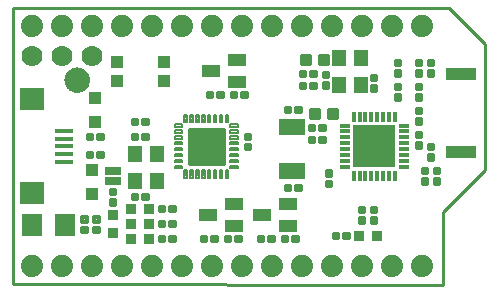
<source format=gts>
G75*
G70*
%OFA0B0*%
%FSLAX24Y24*%
%IPPOS*%
%LPD*%
%AMOC8*
5,1,8,0,0,1.08239X$1,22.5*
%
%ADD10C,0.0100*%
%ADD11C,0.0145*%
%ADD12C,0.0050*%
%ADD13R,0.0434X0.0434*%
%ADD14R,0.0355X0.0152*%
%ADD15R,0.0152X0.0355*%
%ADD16R,0.1418X0.1418*%
%ADD17C,0.0098*%
%ADD18R,0.0906X0.0552*%
%ADD19R,0.1040X0.0440*%
%ADD20R,0.0453X0.0552*%
%ADD21R,0.0670X0.0750*%
%ADD22C,0.0079*%
%ADD23C,0.0160*%
%ADD24R,0.0591X0.0434*%
%ADD25R,0.0355X0.0355*%
%ADD26R,0.0540X0.0290*%
%ADD27C,0.0740*%
%ADD28C,0.0700*%
%ADD29R,0.0591X0.0178*%
%ADD30R,0.0788X0.0749*%
D10*
X001820Y001850D02*
X016150Y001840D01*
X016150Y004250D01*
X017550Y005650D01*
X017550Y009850D01*
X017530Y009870D02*
X016350Y011050D01*
X001820Y011060D01*
X001820Y001850D01*
D11*
X004117Y003582D02*
X004117Y003728D01*
X004263Y003728D01*
X004263Y003582D01*
X004117Y003582D01*
X004117Y003726D02*
X004263Y003726D01*
X004663Y003728D02*
X004663Y003582D01*
X004517Y003582D01*
X004517Y003728D01*
X004663Y003728D01*
X004663Y003726D02*
X004517Y003726D01*
X004663Y003932D02*
X004663Y004078D01*
X004663Y003932D02*
X004517Y003932D01*
X004517Y004078D01*
X004663Y004078D01*
X004663Y004076D02*
X004517Y004076D01*
X004117Y004078D02*
X004117Y003932D01*
X004117Y004078D02*
X004263Y004078D01*
X004263Y003932D01*
X004117Y003932D01*
X004117Y004076D02*
X004263Y004076D01*
X005077Y004502D02*
X005077Y004648D01*
X005223Y004648D01*
X005223Y004502D01*
X005077Y004502D01*
X005077Y004646D02*
X005223Y004646D01*
X005077Y004852D02*
X005077Y004998D01*
X005223Y004998D01*
X005223Y004852D01*
X005077Y004852D01*
X005077Y004996D02*
X005223Y004996D01*
X005802Y004823D02*
X005948Y004823D01*
X005948Y004677D01*
X005802Y004677D01*
X005802Y004823D01*
X005802Y004821D02*
X005948Y004821D01*
X006152Y004823D02*
X006298Y004823D01*
X006298Y004677D01*
X006152Y004677D01*
X006152Y004823D01*
X006152Y004821D02*
X006298Y004821D01*
X006702Y004423D02*
X006848Y004423D01*
X006848Y004277D01*
X006702Y004277D01*
X006702Y004423D01*
X006702Y004421D02*
X006848Y004421D01*
X007052Y004423D02*
X007198Y004423D01*
X007198Y004277D01*
X007052Y004277D01*
X007052Y004423D01*
X007052Y004421D02*
X007198Y004421D01*
X007198Y003923D02*
X007052Y003923D01*
X007198Y003923D02*
X007198Y003777D01*
X007052Y003777D01*
X007052Y003923D01*
X007052Y003921D02*
X007198Y003921D01*
X006848Y003923D02*
X006702Y003923D01*
X006848Y003923D02*
X006848Y003777D01*
X006702Y003777D01*
X006702Y003923D01*
X006702Y003921D02*
X006848Y003921D01*
X006848Y003423D02*
X006702Y003423D01*
X006848Y003423D02*
X006848Y003277D01*
X006702Y003277D01*
X006702Y003423D01*
X006702Y003421D02*
X006848Y003421D01*
X007052Y003423D02*
X007198Y003423D01*
X007198Y003277D01*
X007052Y003277D01*
X007052Y003423D01*
X007052Y003421D02*
X007198Y003421D01*
X008102Y003423D02*
X008248Y003423D01*
X008248Y003277D01*
X008102Y003277D01*
X008102Y003423D01*
X008102Y003421D02*
X008248Y003421D01*
X008452Y003423D02*
X008598Y003423D01*
X008598Y003277D01*
X008452Y003277D01*
X008452Y003423D01*
X008452Y003421D02*
X008598Y003421D01*
X008902Y003423D02*
X009048Y003423D01*
X009048Y003277D01*
X008902Y003277D01*
X008902Y003423D01*
X008902Y003421D02*
X009048Y003421D01*
X009252Y003423D02*
X009398Y003423D01*
X009398Y003277D01*
X009252Y003277D01*
X009252Y003423D01*
X009252Y003421D02*
X009398Y003421D01*
X010002Y003423D02*
X010148Y003423D01*
X010148Y003277D01*
X010002Y003277D01*
X010002Y003423D01*
X010002Y003421D02*
X010148Y003421D01*
X010352Y003423D02*
X010498Y003423D01*
X010498Y003277D01*
X010352Y003277D01*
X010352Y003423D01*
X010352Y003421D02*
X010498Y003421D01*
X010802Y003423D02*
X010948Y003423D01*
X010948Y003277D01*
X010802Y003277D01*
X010802Y003423D01*
X010802Y003421D02*
X010948Y003421D01*
X011152Y003423D02*
X011298Y003423D01*
X011298Y003277D01*
X011152Y003277D01*
X011152Y003423D01*
X011152Y003421D02*
X011298Y003421D01*
X012502Y003523D02*
X012648Y003523D01*
X012648Y003377D01*
X012502Y003377D01*
X012502Y003523D01*
X012502Y003521D02*
X012648Y003521D01*
X012852Y003523D02*
X012998Y003523D01*
X012998Y003377D01*
X012852Y003377D01*
X012852Y003523D01*
X012852Y003521D02*
X012998Y003521D01*
X013523Y003902D02*
X013523Y004048D01*
X013523Y003902D02*
X013377Y003902D01*
X013377Y004048D01*
X013523Y004048D01*
X013523Y004046D02*
X013377Y004046D01*
X013523Y004252D02*
X013523Y004398D01*
X013523Y004252D02*
X013377Y004252D01*
X013377Y004398D01*
X013523Y004398D01*
X013523Y004396D02*
X013377Y004396D01*
X013923Y004398D02*
X013923Y004252D01*
X013777Y004252D01*
X013777Y004398D01*
X013923Y004398D01*
X013923Y004396D02*
X013777Y004396D01*
X013923Y004048D02*
X013923Y003902D01*
X013777Y003902D01*
X013777Y004048D01*
X013923Y004048D01*
X013923Y004046D02*
X013777Y004046D01*
X012277Y005122D02*
X012277Y005268D01*
X012423Y005268D01*
X012423Y005122D01*
X012277Y005122D01*
X012277Y005266D02*
X012423Y005266D01*
X012277Y005472D02*
X012277Y005618D01*
X012423Y005618D01*
X012423Y005472D01*
X012277Y005472D01*
X012277Y005616D02*
X012423Y005616D01*
X011398Y004977D02*
X011252Y004977D01*
X011252Y005123D01*
X011398Y005123D01*
X011398Y004977D01*
X011398Y005121D02*
X011252Y005121D01*
X011048Y004977D02*
X010902Y004977D01*
X010902Y005123D01*
X011048Y005123D01*
X011048Y004977D01*
X011048Y005121D02*
X010902Y005121D01*
X009723Y006342D02*
X009723Y006488D01*
X009723Y006342D02*
X009577Y006342D01*
X009577Y006488D01*
X009723Y006488D01*
X009723Y006486D02*
X009577Y006486D01*
X009723Y006692D02*
X009723Y006838D01*
X009723Y006692D02*
X009577Y006692D01*
X009577Y006838D01*
X009723Y006838D01*
X009723Y006836D02*
X009577Y006836D01*
X010902Y007577D02*
X011048Y007577D01*
X010902Y007577D02*
X010902Y007723D01*
X011048Y007723D01*
X011048Y007577D01*
X011048Y007721D02*
X010902Y007721D01*
X011252Y007577D02*
X011398Y007577D01*
X011252Y007577D02*
X011252Y007723D01*
X011398Y007723D01*
X011398Y007577D01*
X011398Y007721D02*
X011252Y007721D01*
X011702Y007123D02*
X011848Y007123D01*
X011848Y006977D01*
X011702Y006977D01*
X011702Y007123D01*
X011702Y007121D02*
X011848Y007121D01*
X012052Y007123D02*
X012198Y007123D01*
X012198Y006977D01*
X012052Y006977D01*
X012052Y007123D01*
X012052Y007121D02*
X012198Y007121D01*
X012198Y006723D02*
X012052Y006723D01*
X012198Y006723D02*
X012198Y006577D01*
X012052Y006577D01*
X012052Y006723D01*
X012052Y006721D02*
X012198Y006721D01*
X011848Y006723D02*
X011702Y006723D01*
X011848Y006723D02*
X011848Y006577D01*
X011702Y006577D01*
X011702Y006723D01*
X011702Y006721D02*
X011848Y006721D01*
X013777Y008302D02*
X013777Y008448D01*
X013923Y008448D01*
X013923Y008302D01*
X013777Y008302D01*
X013777Y008446D02*
X013923Y008446D01*
X013777Y008652D02*
X013777Y008798D01*
X013923Y008798D01*
X013923Y008652D01*
X013777Y008652D01*
X013777Y008796D02*
X013923Y008796D01*
X014723Y008802D02*
X014723Y008948D01*
X014723Y008802D02*
X014577Y008802D01*
X014577Y008948D01*
X014723Y008948D01*
X014723Y008946D02*
X014577Y008946D01*
X014723Y009152D02*
X014723Y009298D01*
X014723Y009152D02*
X014577Y009152D01*
X014577Y009298D01*
X014723Y009298D01*
X014723Y009296D02*
X014577Y009296D01*
X015423Y009298D02*
X015423Y009152D01*
X015277Y009152D01*
X015277Y009298D01*
X015423Y009298D01*
X015423Y009296D02*
X015277Y009296D01*
X015823Y009298D02*
X015823Y009152D01*
X015677Y009152D01*
X015677Y009298D01*
X015823Y009298D01*
X015823Y009296D02*
X015677Y009296D01*
X015823Y008948D02*
X015823Y008802D01*
X015677Y008802D01*
X015677Y008948D01*
X015823Y008948D01*
X015823Y008946D02*
X015677Y008946D01*
X015423Y008948D02*
X015423Y008802D01*
X015277Y008802D01*
X015277Y008948D01*
X015423Y008948D01*
X015423Y008946D02*
X015277Y008946D01*
X015277Y008498D02*
X015277Y008352D01*
X015277Y008498D02*
X015423Y008498D01*
X015423Y008352D01*
X015277Y008352D01*
X015277Y008496D02*
X015423Y008496D01*
X015277Y008148D02*
X015277Y008002D01*
X015277Y008148D02*
X015423Y008148D01*
X015423Y008002D01*
X015277Y008002D01*
X015277Y008146D02*
X015423Y008146D01*
X015423Y007698D02*
X015423Y007552D01*
X015277Y007552D01*
X015277Y007698D01*
X015423Y007698D01*
X015423Y007696D02*
X015277Y007696D01*
X015423Y007348D02*
X015423Y007202D01*
X015277Y007202D01*
X015277Y007348D01*
X015423Y007348D01*
X015423Y007346D02*
X015277Y007346D01*
X015423Y006898D02*
X015423Y006752D01*
X015277Y006752D01*
X015277Y006898D01*
X015423Y006898D01*
X015423Y006896D02*
X015277Y006896D01*
X015423Y006548D02*
X015423Y006402D01*
X015277Y006402D01*
X015277Y006548D01*
X015423Y006548D01*
X015423Y006546D02*
X015277Y006546D01*
X015677Y006498D02*
X015677Y006352D01*
X015677Y006498D02*
X015823Y006498D01*
X015823Y006352D01*
X015677Y006352D01*
X015677Y006496D02*
X015823Y006496D01*
X015677Y006148D02*
X015677Y006002D01*
X015677Y006148D02*
X015823Y006148D01*
X015823Y006002D01*
X015677Y006002D01*
X015677Y006146D02*
X015823Y006146D01*
X016023Y005698D02*
X016023Y005552D01*
X015877Y005552D01*
X015877Y005698D01*
X016023Y005698D01*
X016023Y005696D02*
X015877Y005696D01*
X015623Y005698D02*
X015623Y005552D01*
X015477Y005552D01*
X015477Y005698D01*
X015623Y005698D01*
X015623Y005696D02*
X015477Y005696D01*
X015623Y005348D02*
X015623Y005202D01*
X015477Y005202D01*
X015477Y005348D01*
X015623Y005348D01*
X015623Y005346D02*
X015477Y005346D01*
X016023Y005348D02*
X016023Y005202D01*
X015877Y005202D01*
X015877Y005348D01*
X016023Y005348D01*
X016023Y005346D02*
X015877Y005346D01*
X014723Y008002D02*
X014723Y008148D01*
X014723Y008002D02*
X014577Y008002D01*
X014577Y008148D01*
X014723Y008148D01*
X014723Y008146D02*
X014577Y008146D01*
X014723Y008352D02*
X014723Y008498D01*
X014723Y008352D02*
X014577Y008352D01*
X014577Y008498D01*
X014723Y008498D01*
X014723Y008496D02*
X014577Y008496D01*
X012323Y008548D02*
X012323Y008402D01*
X012177Y008402D01*
X012177Y008548D01*
X012323Y008548D01*
X012323Y008546D02*
X012177Y008546D01*
X012323Y008752D02*
X012323Y008898D01*
X012323Y008752D02*
X012177Y008752D01*
X012177Y008898D01*
X012323Y008898D01*
X012323Y008896D02*
X012177Y008896D01*
X011898Y008777D02*
X011752Y008777D01*
X011752Y008923D01*
X011898Y008923D01*
X011898Y008777D01*
X011898Y008921D02*
X011752Y008921D01*
X011548Y008777D02*
X011402Y008777D01*
X011402Y008923D01*
X011548Y008923D01*
X011548Y008777D01*
X011548Y008921D02*
X011402Y008921D01*
X011402Y008523D02*
X011548Y008523D01*
X011548Y008377D01*
X011402Y008377D01*
X011402Y008523D01*
X011402Y008521D02*
X011548Y008521D01*
X011752Y008523D02*
X011898Y008523D01*
X011898Y008377D01*
X011752Y008377D01*
X011752Y008523D01*
X011752Y008521D02*
X011898Y008521D01*
X009598Y008223D02*
X009452Y008223D01*
X009598Y008223D02*
X009598Y008077D01*
X009452Y008077D01*
X009452Y008223D01*
X009452Y008221D02*
X009598Y008221D01*
X009248Y008223D02*
X009102Y008223D01*
X009248Y008223D02*
X009248Y008077D01*
X009102Y008077D01*
X009102Y008223D01*
X009102Y008221D02*
X009248Y008221D01*
X008798Y008223D02*
X008652Y008223D01*
X008798Y008223D02*
X008798Y008077D01*
X008652Y008077D01*
X008652Y008223D01*
X008652Y008221D02*
X008798Y008221D01*
X008448Y008223D02*
X008302Y008223D01*
X008448Y008223D02*
X008448Y008077D01*
X008302Y008077D01*
X008302Y008223D01*
X008302Y008221D02*
X008448Y008221D01*
X006298Y007323D02*
X006152Y007323D01*
X006298Y007323D02*
X006298Y007177D01*
X006152Y007177D01*
X006152Y007323D01*
X006152Y007321D02*
X006298Y007321D01*
X005948Y007323D02*
X005802Y007323D01*
X005948Y007323D02*
X005948Y007177D01*
X005802Y007177D01*
X005802Y007323D01*
X005802Y007321D02*
X005948Y007321D01*
X005948Y006677D02*
X005802Y006677D01*
X005802Y006823D01*
X005948Y006823D01*
X005948Y006677D01*
X005948Y006821D02*
X005802Y006821D01*
X006152Y006677D02*
X006298Y006677D01*
X006152Y006677D02*
X006152Y006823D01*
X006298Y006823D01*
X006298Y006677D01*
X006298Y006821D02*
X006152Y006821D01*
X004798Y006823D02*
X004652Y006823D01*
X004798Y006823D02*
X004798Y006677D01*
X004652Y006677D01*
X004652Y006823D01*
X004652Y006821D02*
X004798Y006821D01*
X004448Y006823D02*
X004302Y006823D01*
X004448Y006823D02*
X004448Y006677D01*
X004302Y006677D01*
X004302Y006823D01*
X004302Y006821D02*
X004448Y006821D01*
X004448Y006223D02*
X004302Y006223D01*
X004448Y006223D02*
X004448Y006077D01*
X004302Y006077D01*
X004302Y006223D01*
X004302Y006221D02*
X004448Y006221D01*
X004652Y006223D02*
X004798Y006223D01*
X004798Y006077D01*
X004652Y006077D01*
X004652Y006223D01*
X004652Y006221D02*
X004798Y006221D01*
D12*
X004085Y008280D02*
X004147Y008309D01*
X004203Y008348D01*
X004252Y008397D01*
X004291Y008453D01*
X004320Y008515D01*
X004338Y008582D01*
X004344Y008650D01*
X004338Y008718D01*
X004320Y008785D01*
X004291Y008847D01*
X004252Y008903D01*
X004203Y008952D01*
X004147Y008991D01*
X004085Y009020D01*
X004018Y009038D01*
X003950Y009044D01*
X003882Y009038D01*
X003815Y009020D01*
X003753Y008991D01*
X003697Y008952D01*
X003648Y008903D01*
X003609Y008847D01*
X003580Y008785D01*
X003562Y008718D01*
X003556Y008650D01*
X003562Y008582D01*
X003580Y008515D01*
X003609Y008453D01*
X003648Y008397D01*
X003697Y008348D01*
X003753Y008309D01*
X003815Y008280D01*
X003882Y008262D01*
X003950Y008256D01*
X004018Y008262D01*
X004085Y008280D01*
X004091Y008283D02*
X003809Y008283D01*
X003721Y008332D02*
X004179Y008332D01*
X004235Y008380D02*
X003665Y008380D01*
X003626Y008429D02*
X004274Y008429D01*
X004302Y008477D02*
X003598Y008477D01*
X003577Y008526D02*
X004323Y008526D01*
X004336Y008574D02*
X003564Y008574D01*
X003559Y008623D02*
X004341Y008623D01*
X004342Y008671D02*
X003558Y008671D01*
X003563Y008720D02*
X004337Y008720D01*
X004324Y008768D02*
X003576Y008768D01*
X003595Y008817D02*
X004305Y008817D01*
X004278Y008865D02*
X003622Y008865D01*
X003659Y008914D02*
X004241Y008914D01*
X004188Y008962D02*
X003712Y008962D01*
X003795Y009011D02*
X004105Y009011D01*
D13*
X005263Y009265D03*
X005263Y008635D03*
X004550Y008044D03*
X004550Y007256D03*
X006837Y008635D03*
X006837Y009265D03*
X004450Y005644D03*
X004450Y004856D03*
D14*
X012866Y005761D03*
X012866Y005958D03*
X012866Y006155D03*
X012866Y006352D03*
X012866Y006548D03*
X012866Y006745D03*
X012866Y006942D03*
X012866Y007139D03*
X014834Y007139D03*
X014834Y006942D03*
X014834Y006745D03*
X014834Y006548D03*
X014834Y006352D03*
X014834Y006155D03*
X014834Y005958D03*
X014834Y005761D03*
D15*
X014539Y005466D03*
X014342Y005466D03*
X014145Y005466D03*
X013948Y005466D03*
X013752Y005466D03*
X013555Y005466D03*
X013358Y005466D03*
X013161Y005466D03*
X013161Y007434D03*
X013358Y007434D03*
X013555Y007434D03*
X013752Y007434D03*
X013948Y007434D03*
X014145Y007434D03*
X014342Y007434D03*
X014539Y007434D03*
D16*
X013850Y006450D03*
D17*
X012596Y007696D02*
X012304Y007696D01*
X012596Y007696D02*
X012596Y007404D01*
X012304Y007404D01*
X012304Y007696D01*
X012304Y007501D02*
X012596Y007501D01*
X012596Y007598D02*
X012304Y007598D01*
X012304Y007695D02*
X012596Y007695D01*
X011996Y007696D02*
X011704Y007696D01*
X011996Y007696D02*
X011996Y007404D01*
X011704Y007404D01*
X011704Y007696D01*
X011704Y007501D02*
X011996Y007501D01*
X011996Y007598D02*
X011704Y007598D01*
X011704Y007695D02*
X011996Y007695D01*
X012004Y009204D02*
X012296Y009204D01*
X012004Y009204D02*
X012004Y009496D01*
X012296Y009496D01*
X012296Y009204D01*
X012296Y009301D02*
X012004Y009301D01*
X012004Y009398D02*
X012296Y009398D01*
X012296Y009495D02*
X012004Y009495D01*
X011696Y009204D02*
X011404Y009204D01*
X011404Y009496D01*
X011696Y009496D01*
X011696Y009204D01*
X011696Y009301D02*
X011404Y009301D01*
X011404Y009398D02*
X011696Y009398D01*
X011696Y009495D02*
X011404Y009495D01*
D18*
X011120Y007078D03*
X011120Y005622D03*
D19*
X016750Y006250D03*
X016750Y008850D03*
D20*
X013414Y008497D03*
X012686Y008497D03*
X012686Y009403D03*
X013414Y009403D03*
X006614Y006203D03*
X005886Y006203D03*
X005886Y005297D03*
X006614Y005297D03*
D21*
X003550Y003830D03*
X002430Y003830D03*
D22*
X007206Y005721D02*
X007444Y005721D01*
X007206Y005721D02*
X007206Y005801D01*
X007444Y005801D01*
X007444Y005721D01*
X007444Y005799D02*
X007206Y005799D01*
X007206Y005918D02*
X007444Y005918D01*
X007206Y005918D02*
X007206Y005998D01*
X007444Y005998D01*
X007444Y005918D01*
X007444Y005996D02*
X007206Y005996D01*
X007206Y006115D02*
X007444Y006115D01*
X007206Y006115D02*
X007206Y006195D01*
X007444Y006195D01*
X007444Y006115D01*
X007444Y006193D02*
X007206Y006193D01*
X007206Y006312D02*
X007444Y006312D01*
X007206Y006312D02*
X007206Y006392D01*
X007444Y006392D01*
X007444Y006312D01*
X007444Y006390D02*
X007206Y006390D01*
X007206Y006508D02*
X007444Y006508D01*
X007206Y006508D02*
X007206Y006588D01*
X007444Y006588D01*
X007444Y006508D01*
X007444Y006586D02*
X007206Y006586D01*
X007206Y006705D02*
X007444Y006705D01*
X007206Y006705D02*
X007206Y006785D01*
X007444Y006785D01*
X007444Y006705D01*
X007444Y006783D02*
X007206Y006783D01*
X007206Y006902D02*
X007444Y006902D01*
X007206Y006902D02*
X007206Y006982D01*
X007444Y006982D01*
X007444Y006902D01*
X007444Y006980D02*
X007206Y006980D01*
X007206Y007099D02*
X007444Y007099D01*
X007206Y007099D02*
X007206Y007179D01*
X007444Y007179D01*
X007444Y007099D01*
X007444Y007177D02*
X007206Y007177D01*
X007521Y007256D02*
X007601Y007256D01*
X007521Y007256D02*
X007521Y007494D01*
X007601Y007494D01*
X007601Y007256D01*
X007601Y007334D02*
X007521Y007334D01*
X007521Y007412D02*
X007601Y007412D01*
X007601Y007490D02*
X007521Y007490D01*
X007718Y007256D02*
X007798Y007256D01*
X007718Y007256D02*
X007718Y007494D01*
X007798Y007494D01*
X007798Y007256D01*
X007798Y007334D02*
X007718Y007334D01*
X007718Y007412D02*
X007798Y007412D01*
X007798Y007490D02*
X007718Y007490D01*
X007915Y007256D02*
X007995Y007256D01*
X007915Y007256D02*
X007915Y007494D01*
X007995Y007494D01*
X007995Y007256D01*
X007995Y007334D02*
X007915Y007334D01*
X007915Y007412D02*
X007995Y007412D01*
X007995Y007490D02*
X007915Y007490D01*
X008112Y007256D02*
X008192Y007256D01*
X008112Y007256D02*
X008112Y007494D01*
X008192Y007494D01*
X008192Y007256D01*
X008192Y007334D02*
X008112Y007334D01*
X008112Y007412D02*
X008192Y007412D01*
X008192Y007490D02*
X008112Y007490D01*
X008308Y007256D02*
X008388Y007256D01*
X008308Y007256D02*
X008308Y007494D01*
X008388Y007494D01*
X008388Y007256D01*
X008388Y007334D02*
X008308Y007334D01*
X008308Y007412D02*
X008388Y007412D01*
X008388Y007490D02*
X008308Y007490D01*
X008505Y007256D02*
X008585Y007256D01*
X008505Y007256D02*
X008505Y007494D01*
X008585Y007494D01*
X008585Y007256D01*
X008585Y007334D02*
X008505Y007334D01*
X008505Y007412D02*
X008585Y007412D01*
X008585Y007490D02*
X008505Y007490D01*
X008702Y007256D02*
X008782Y007256D01*
X008702Y007256D02*
X008702Y007494D01*
X008782Y007494D01*
X008782Y007256D01*
X008782Y007334D02*
X008702Y007334D01*
X008702Y007412D02*
X008782Y007412D01*
X008782Y007490D02*
X008702Y007490D01*
X008899Y007256D02*
X008979Y007256D01*
X008899Y007256D02*
X008899Y007494D01*
X008979Y007494D01*
X008979Y007256D01*
X008979Y007334D02*
X008899Y007334D01*
X008899Y007412D02*
X008979Y007412D01*
X008979Y007490D02*
X008899Y007490D01*
X009056Y007099D02*
X009294Y007099D01*
X009056Y007099D02*
X009056Y007179D01*
X009294Y007179D01*
X009294Y007099D01*
X009294Y007177D02*
X009056Y007177D01*
X009056Y006902D02*
X009294Y006902D01*
X009056Y006902D02*
X009056Y006982D01*
X009294Y006982D01*
X009294Y006902D01*
X009294Y006980D02*
X009056Y006980D01*
X009056Y006705D02*
X009294Y006705D01*
X009056Y006705D02*
X009056Y006785D01*
X009294Y006785D01*
X009294Y006705D01*
X009294Y006783D02*
X009056Y006783D01*
X009056Y006508D02*
X009294Y006508D01*
X009056Y006508D02*
X009056Y006588D01*
X009294Y006588D01*
X009294Y006508D01*
X009294Y006586D02*
X009056Y006586D01*
X009056Y006312D02*
X009294Y006312D01*
X009056Y006312D02*
X009056Y006392D01*
X009294Y006392D01*
X009294Y006312D01*
X009294Y006390D02*
X009056Y006390D01*
X009056Y006115D02*
X009294Y006115D01*
X009056Y006115D02*
X009056Y006195D01*
X009294Y006195D01*
X009294Y006115D01*
X009294Y006193D02*
X009056Y006193D01*
X009056Y005918D02*
X009294Y005918D01*
X009056Y005918D02*
X009056Y005998D01*
X009294Y005998D01*
X009294Y005918D01*
X009294Y005996D02*
X009056Y005996D01*
X009056Y005721D02*
X009294Y005721D01*
X009056Y005721D02*
X009056Y005801D01*
X009294Y005801D01*
X009294Y005721D01*
X009294Y005799D02*
X009056Y005799D01*
X008979Y005406D02*
X008899Y005406D01*
X008899Y005644D01*
X008979Y005644D01*
X008979Y005406D01*
X008979Y005484D02*
X008899Y005484D01*
X008899Y005562D02*
X008979Y005562D01*
X008979Y005640D02*
X008899Y005640D01*
X008782Y005406D02*
X008702Y005406D01*
X008702Y005644D01*
X008782Y005644D01*
X008782Y005406D01*
X008782Y005484D02*
X008702Y005484D01*
X008702Y005562D02*
X008782Y005562D01*
X008782Y005640D02*
X008702Y005640D01*
X008585Y005406D02*
X008505Y005406D01*
X008505Y005644D01*
X008585Y005644D01*
X008585Y005406D01*
X008585Y005484D02*
X008505Y005484D01*
X008505Y005562D02*
X008585Y005562D01*
X008585Y005640D02*
X008505Y005640D01*
X008388Y005406D02*
X008308Y005406D01*
X008308Y005644D01*
X008388Y005644D01*
X008388Y005406D01*
X008388Y005484D02*
X008308Y005484D01*
X008308Y005562D02*
X008388Y005562D01*
X008388Y005640D02*
X008308Y005640D01*
X008192Y005406D02*
X008112Y005406D01*
X008112Y005644D01*
X008192Y005644D01*
X008192Y005406D01*
X008192Y005484D02*
X008112Y005484D01*
X008112Y005562D02*
X008192Y005562D01*
X008192Y005640D02*
X008112Y005640D01*
X007995Y005406D02*
X007915Y005406D01*
X007915Y005644D01*
X007995Y005644D01*
X007995Y005406D01*
X007995Y005484D02*
X007915Y005484D01*
X007915Y005562D02*
X007995Y005562D01*
X007995Y005640D02*
X007915Y005640D01*
X007798Y005406D02*
X007718Y005406D01*
X007718Y005644D01*
X007798Y005644D01*
X007798Y005406D01*
X007798Y005484D02*
X007718Y005484D01*
X007718Y005562D02*
X007798Y005562D01*
X007798Y005640D02*
X007718Y005640D01*
X007601Y005406D02*
X007521Y005406D01*
X007521Y005644D01*
X007601Y005644D01*
X007601Y005406D01*
X007601Y005484D02*
X007521Y005484D01*
X007521Y005562D02*
X007601Y005562D01*
X007601Y005640D02*
X007521Y005640D01*
D23*
X007700Y005900D02*
X007700Y007000D01*
X008800Y007000D01*
X008800Y005900D01*
X007700Y005900D01*
X007700Y005990D02*
X008800Y005990D01*
X008800Y006149D02*
X007700Y006149D01*
X007700Y006307D02*
X008800Y006307D01*
X008800Y006466D02*
X007700Y006466D01*
X007700Y006624D02*
X008800Y006624D01*
X008800Y006783D02*
X007700Y006783D01*
X007700Y006941D02*
X008800Y006941D01*
D24*
X009283Y008576D03*
X008417Y008950D03*
X009283Y009324D03*
X009183Y004524D03*
X010117Y004150D03*
X009183Y003776D03*
X008317Y004150D03*
X010983Y003776D03*
X010983Y004524D03*
D25*
X013355Y003450D03*
X013945Y003450D03*
X006345Y003350D03*
X005755Y003350D03*
X005150Y003555D03*
X005755Y003850D03*
X006345Y003850D03*
X006345Y004350D03*
X005755Y004350D03*
X005150Y004145D03*
D26*
X005150Y005288D03*
X005150Y005608D03*
D27*
X005450Y002450D03*
X004450Y002450D03*
X003450Y002450D03*
X002450Y002450D03*
X006450Y002450D03*
X007450Y002450D03*
X008450Y002450D03*
X009450Y002450D03*
X010450Y002450D03*
X011450Y002450D03*
X012450Y002450D03*
X013450Y002450D03*
X014450Y002450D03*
X015450Y002450D03*
X015450Y010450D03*
X014450Y010450D03*
X013450Y010450D03*
X012450Y010450D03*
X011450Y010450D03*
X010450Y010450D03*
X009450Y010450D03*
X008450Y010450D03*
X007450Y010450D03*
X006450Y010450D03*
X005450Y010450D03*
X004450Y010450D03*
X003450Y010450D03*
X002450Y010450D03*
D28*
X002450Y009450D03*
X003450Y009450D03*
X004450Y009450D03*
D29*
X003493Y006962D03*
X003493Y006706D03*
X003493Y006450D03*
X003493Y006194D03*
X003493Y005938D03*
D30*
X002450Y004875D03*
X002450Y008025D03*
M02*

</source>
